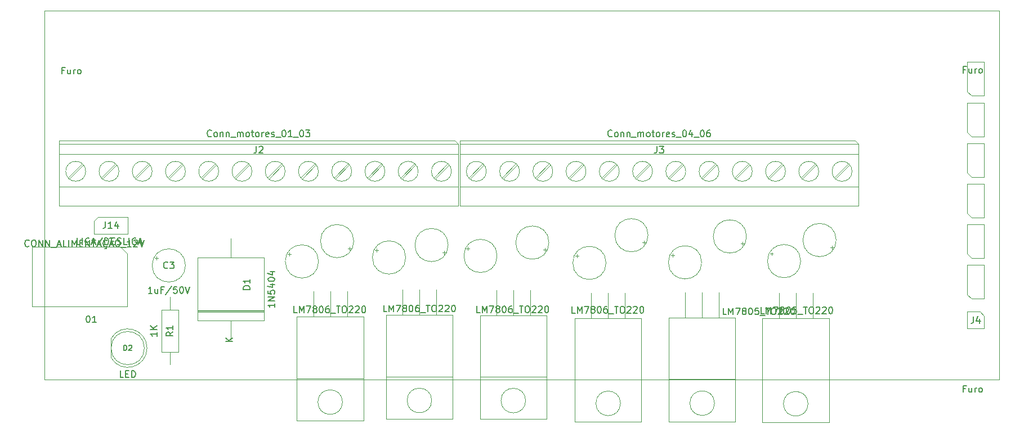
<source format=gbr>
%TF.GenerationSoftware,KiCad,Pcbnew,(6.0.4)*%
%TF.CreationDate,2023-08-24T18:54:07-03:00*%
%TF.ProjectId,PCB drive motor,50434220-6472-4697-9665-206d6f746f72,rev?*%
%TF.SameCoordinates,PX1a3bac8PY5add478*%
%TF.FileFunction,AssemblyDrawing,Top*%
%FSLAX46Y46*%
G04 Gerber Fmt 4.6, Leading zero omitted, Abs format (unit mm)*
G04 Created by KiCad (PCBNEW (6.0.4)) date 2023-08-24 18:54:07*
%MOMM*%
%LPD*%
G01*
G04 APERTURE LIST*
%TA.AperFunction,Profile*%
%ADD10C,0.100000*%
%TD*%
%ADD11C,0.150000*%
%ADD12C,0.200000*%
%ADD13C,0.100000*%
G04 APERTURE END LIST*
D10*
X0Y55523400D02*
X143581400Y55523400D01*
X143581400Y55523400D02*
X143581400Y0D01*
X143581400Y0D02*
X0Y0D01*
X0Y0D02*
X0Y55523400D01*
D11*
%TO.C,J1*%
X-2354715Y20107858D02*
X-2402334Y20060239D01*
X-2545191Y20012620D01*
X-2640429Y20012620D01*
X-2783286Y20060239D01*
X-2878524Y20155477D01*
X-2926143Y20250715D01*
X-2973762Y20441191D01*
X-2973762Y20584048D01*
X-2926143Y20774524D01*
X-2878524Y20869762D01*
X-2783286Y20965000D01*
X-2640429Y21012620D01*
X-2545191Y21012620D01*
X-2402334Y20965000D01*
X-2354715Y20917381D01*
X-1735667Y21012620D02*
X-1545191Y21012620D01*
X-1449953Y20965000D01*
X-1354715Y20869762D01*
X-1307096Y20679286D01*
X-1307096Y20345953D01*
X-1354715Y20155477D01*
X-1449953Y20060239D01*
X-1545191Y20012620D01*
X-1735667Y20012620D01*
X-1830905Y20060239D01*
X-1926143Y20155477D01*
X-1973762Y20345953D01*
X-1973762Y20679286D01*
X-1926143Y20869762D01*
X-1830905Y20965000D01*
X-1735667Y21012620D01*
X-878524Y20012620D02*
X-878524Y21012620D01*
X-307096Y20012620D01*
X-307096Y21012620D01*
X169095Y20012620D02*
X169095Y21012620D01*
X740523Y20012620D01*
X740523Y21012620D01*
X978619Y19917381D02*
X1740523Y19917381D01*
X1931000Y20298334D02*
X2407190Y20298334D01*
X1835761Y20012620D02*
X2169095Y21012620D01*
X2502428Y20012620D01*
X3311952Y20012620D02*
X2835761Y20012620D01*
X2835761Y21012620D01*
X3645285Y20012620D02*
X3645285Y21012620D01*
X4121476Y20012620D02*
X4121476Y21012620D01*
X4454809Y20298334D01*
X4788142Y21012620D01*
X4788142Y20012620D01*
X5264333Y20536429D02*
X5597666Y20536429D01*
X5740523Y20012620D02*
X5264333Y20012620D01*
X5264333Y21012620D01*
X5740523Y21012620D01*
X6169095Y20012620D02*
X6169095Y21012620D01*
X6740523Y20012620D01*
X6740523Y21012620D01*
X7073857Y21012620D02*
X7645285Y21012620D01*
X7359571Y20012620D02*
X7359571Y21012620D01*
X7931000Y20298334D02*
X8407190Y20298334D01*
X7835761Y20012620D02*
X8169095Y21012620D01*
X8502428Y20012620D01*
X9407190Y20107858D02*
X9359571Y20060239D01*
X9216714Y20012620D01*
X9121476Y20012620D01*
X8978619Y20060239D01*
X8883380Y20155477D01*
X8835761Y20250715D01*
X8788142Y20441191D01*
X8788142Y20584048D01*
X8835761Y20774524D01*
X8883380Y20869762D01*
X8978619Y20965000D01*
X9121476Y21012620D01*
X9216714Y21012620D01*
X9359571Y20965000D01*
X9407190Y20917381D01*
X9169095Y19965000D02*
X9264333Y19917381D01*
X9311952Y19822143D01*
X9264333Y19726905D01*
X9169095Y19679286D01*
X9026238Y19679286D01*
X9788142Y20298334D02*
X10264333Y20298334D01*
X9692904Y20012620D02*
X10026238Y21012620D01*
X10359571Y20012620D01*
X9788142Y21250715D02*
X9835761Y21298334D01*
X9931000Y21345953D01*
X10121476Y21250715D01*
X10216714Y21298334D01*
X10264333Y21345953D01*
X10883380Y21012620D02*
X11073857Y21012620D01*
X11169095Y20965000D01*
X11264333Y20869762D01*
X11311952Y20679286D01*
X11311952Y20345953D01*
X11264333Y20155477D01*
X11169095Y20060239D01*
X11073857Y20012620D01*
X10883380Y20012620D01*
X10788142Y20060239D01*
X10692904Y20155477D01*
X10645285Y20345953D01*
X10645285Y20679286D01*
X10692904Y20869762D01*
X10788142Y20965000D01*
X10883380Y21012620D01*
X11502428Y19917381D02*
X12264333Y19917381D01*
X13026238Y20012620D02*
X12454809Y20012620D01*
X12740523Y20012620D02*
X12740523Y21012620D01*
X12645285Y20869762D01*
X12550047Y20774524D01*
X12454809Y20726905D01*
X13407190Y20917381D02*
X13454809Y20965000D01*
X13550047Y21012620D01*
X13788142Y21012620D01*
X13883380Y20965000D01*
X13930999Y20917381D01*
X13978619Y20822143D01*
X13978619Y20726905D01*
X13930999Y20584048D01*
X13359571Y20012620D01*
X13978619Y20012620D01*
X14264333Y21012620D02*
X14597666Y20012620D01*
X14930999Y21012620D01*
%TO.C,J4*%
X139693066Y9482620D02*
X139693066Y8768334D01*
X139645447Y8625477D01*
X139550209Y8530239D01*
X139407352Y8482620D01*
X139312114Y8482620D01*
X140597828Y9149286D02*
X140597828Y8482620D01*
X140359733Y9530239D02*
X140121638Y8815953D01*
X140740685Y8815953D01*
%TO.C,J3*%
X85326161Y36647858D02*
X85278542Y36600239D01*
X85135685Y36552620D01*
X85040447Y36552620D01*
X84897590Y36600239D01*
X84802352Y36695477D01*
X84754733Y36790715D01*
X84707114Y36981191D01*
X84707114Y37124048D01*
X84754733Y37314524D01*
X84802352Y37409762D01*
X84897590Y37505000D01*
X85040447Y37552620D01*
X85135685Y37552620D01*
X85278542Y37505000D01*
X85326161Y37457381D01*
X85897590Y36552620D02*
X85802352Y36600239D01*
X85754733Y36647858D01*
X85707114Y36743096D01*
X85707114Y37028810D01*
X85754733Y37124048D01*
X85802352Y37171667D01*
X85897590Y37219286D01*
X86040447Y37219286D01*
X86135685Y37171667D01*
X86183304Y37124048D01*
X86230923Y37028810D01*
X86230923Y36743096D01*
X86183304Y36647858D01*
X86135685Y36600239D01*
X86040447Y36552620D01*
X85897590Y36552620D01*
X86659495Y37219286D02*
X86659495Y36552620D01*
X86659495Y37124048D02*
X86707114Y37171667D01*
X86802352Y37219286D01*
X86945209Y37219286D01*
X87040447Y37171667D01*
X87088066Y37076429D01*
X87088066Y36552620D01*
X87564257Y37219286D02*
X87564257Y36552620D01*
X87564257Y37124048D02*
X87611876Y37171667D01*
X87707114Y37219286D01*
X87849971Y37219286D01*
X87945209Y37171667D01*
X87992828Y37076429D01*
X87992828Y36552620D01*
X88230923Y36457381D02*
X88992828Y36457381D01*
X89230923Y36552620D02*
X89230923Y37219286D01*
X89230923Y37124048D02*
X89278542Y37171667D01*
X89373780Y37219286D01*
X89516638Y37219286D01*
X89611876Y37171667D01*
X89659495Y37076429D01*
X89659495Y36552620D01*
X89659495Y37076429D02*
X89707114Y37171667D01*
X89802352Y37219286D01*
X89945209Y37219286D01*
X90040447Y37171667D01*
X90088066Y37076429D01*
X90088066Y36552620D01*
X90707114Y36552620D02*
X90611876Y36600239D01*
X90564257Y36647858D01*
X90516638Y36743096D01*
X90516638Y37028810D01*
X90564257Y37124048D01*
X90611876Y37171667D01*
X90707114Y37219286D01*
X90849971Y37219286D01*
X90945209Y37171667D01*
X90992828Y37124048D01*
X91040447Y37028810D01*
X91040447Y36743096D01*
X90992828Y36647858D01*
X90945209Y36600239D01*
X90849971Y36552620D01*
X90707114Y36552620D01*
X91326161Y37219286D02*
X91707114Y37219286D01*
X91469019Y37552620D02*
X91469019Y36695477D01*
X91516638Y36600239D01*
X91611876Y36552620D01*
X91707114Y36552620D01*
X92183304Y36552620D02*
X92088066Y36600239D01*
X92040447Y36647858D01*
X91992828Y36743096D01*
X91992828Y37028810D01*
X92040447Y37124048D01*
X92088066Y37171667D01*
X92183304Y37219286D01*
X92326161Y37219286D01*
X92421400Y37171667D01*
X92469019Y37124048D01*
X92516638Y37028810D01*
X92516638Y36743096D01*
X92469019Y36647858D01*
X92421400Y36600239D01*
X92326161Y36552620D01*
X92183304Y36552620D01*
X92945209Y36552620D02*
X92945209Y37219286D01*
X92945209Y37028810D02*
X92992828Y37124048D01*
X93040447Y37171667D01*
X93135685Y37219286D01*
X93230923Y37219286D01*
X93945209Y36600239D02*
X93849971Y36552620D01*
X93659495Y36552620D01*
X93564257Y36600239D01*
X93516638Y36695477D01*
X93516638Y37076429D01*
X93564257Y37171667D01*
X93659495Y37219286D01*
X93849971Y37219286D01*
X93945209Y37171667D01*
X93992828Y37076429D01*
X93992828Y36981191D01*
X93516638Y36885953D01*
X94373780Y36600239D02*
X94469019Y36552620D01*
X94659495Y36552620D01*
X94754733Y36600239D01*
X94802352Y36695477D01*
X94802352Y36743096D01*
X94754733Y36838334D01*
X94659495Y36885953D01*
X94516638Y36885953D01*
X94421400Y36933572D01*
X94373780Y37028810D01*
X94373780Y37076429D01*
X94421400Y37171667D01*
X94516638Y37219286D01*
X94659495Y37219286D01*
X94754733Y37171667D01*
X94992828Y36457381D02*
X95754733Y36457381D01*
X96183304Y37552620D02*
X96278542Y37552620D01*
X96373780Y37505000D01*
X96421400Y37457381D01*
X96469019Y37362143D01*
X96516638Y37171667D01*
X96516638Y36933572D01*
X96469019Y36743096D01*
X96421400Y36647858D01*
X96373780Y36600239D01*
X96278542Y36552620D01*
X96183304Y36552620D01*
X96088066Y36600239D01*
X96040447Y36647858D01*
X95992828Y36743096D01*
X95945209Y36933572D01*
X95945209Y37171667D01*
X95992828Y37362143D01*
X96040447Y37457381D01*
X96088066Y37505000D01*
X96183304Y37552620D01*
X97373780Y37219286D02*
X97373780Y36552620D01*
X97135685Y37600239D02*
X96897590Y36885953D01*
X97516638Y36885953D01*
X97659495Y36457381D02*
X98421399Y36457381D01*
X98849971Y37552620D02*
X98945209Y37552620D01*
X99040447Y37505000D01*
X99088066Y37457381D01*
X99135685Y37362143D01*
X99183304Y37171667D01*
X99183304Y36933572D01*
X99135685Y36743096D01*
X99088066Y36647858D01*
X99040447Y36600239D01*
X98945209Y36552620D01*
X98849971Y36552620D01*
X98754733Y36600239D01*
X98707114Y36647858D01*
X98659495Y36743096D01*
X98611876Y36933572D01*
X98611876Y37171667D01*
X98659495Y37362143D01*
X98707114Y37457381D01*
X98754733Y37505000D01*
X98849971Y37552620D01*
X100040447Y37552620D02*
X99849971Y37552620D01*
X99754733Y37505000D01*
X99707114Y37457381D01*
X99611876Y37314524D01*
X99564257Y37124048D01*
X99564257Y36743096D01*
X99611876Y36647858D01*
X99659495Y36600239D01*
X99754733Y36552620D01*
X99945209Y36552620D01*
X100040447Y36600239D01*
X100088066Y36647858D01*
X100135685Y36743096D01*
X100135685Y36981191D01*
X100088066Y37076429D01*
X100040447Y37124048D01*
X99945209Y37171667D01*
X99754733Y37171667D01*
X99659495Y37124048D01*
X99611876Y37076429D01*
X99564257Y36981191D01*
X92088066Y35092620D02*
X92088066Y34378334D01*
X92040447Y34235477D01*
X91945209Y34140239D01*
X91802352Y34092620D01*
X91707114Y34092620D01*
X92469019Y35092620D02*
X93088066Y35092620D01*
X92754733Y34711667D01*
X92897590Y34711667D01*
X92992828Y34664048D01*
X93040447Y34616429D01*
X93088066Y34521191D01*
X93088066Y34283096D01*
X93040447Y34187858D01*
X92992828Y34140239D01*
X92897590Y34092620D01*
X92611876Y34092620D01*
X92516638Y34140239D01*
X92469019Y34187858D01*
%TO.C,03*%
X138479971Y46661429D02*
X138146638Y46661429D01*
X138146638Y46137620D02*
X138146638Y47137620D01*
X138622828Y47137620D01*
X139432352Y46804286D02*
X139432352Y46137620D01*
X139003780Y46804286D02*
X139003780Y46280477D01*
X139051400Y46185239D01*
X139146638Y46137620D01*
X139289495Y46137620D01*
X139384733Y46185239D01*
X139432352Y46232858D01*
X139908542Y46137620D02*
X139908542Y46804286D01*
X139908542Y46613810D02*
X139956161Y46709048D01*
X140003780Y46756667D01*
X140099019Y46804286D01*
X140194257Y46804286D01*
X140670447Y46137620D02*
X140575209Y46185239D01*
X140527590Y46232858D01*
X140479971Y46328096D01*
X140479971Y46613810D01*
X140527590Y46709048D01*
X140575209Y46756667D01*
X140670447Y46804286D01*
X140813304Y46804286D01*
X140908542Y46756667D01*
X140956161Y46709048D01*
X141003780Y46613810D01*
X141003780Y46328096D01*
X140956161Y46232858D01*
X140908542Y46185239D01*
X140813304Y46137620D01*
X140670447Y46137620D01*
%TO.C,U6*%
X108219247Y9926920D02*
X107743057Y9926920D01*
X107743057Y10926920D01*
X108552580Y9926920D02*
X108552580Y10926920D01*
X108885914Y10212634D01*
X109219247Y10926920D01*
X109219247Y9926920D01*
X109600200Y10926920D02*
X110266866Y10926920D01*
X109838295Y9926920D01*
X110790676Y10498348D02*
X110695438Y10545967D01*
X110647819Y10593586D01*
X110600200Y10688824D01*
X110600200Y10736443D01*
X110647819Y10831681D01*
X110695438Y10879300D01*
X110790676Y10926920D01*
X110981152Y10926920D01*
X111076390Y10879300D01*
X111124009Y10831681D01*
X111171628Y10736443D01*
X111171628Y10688824D01*
X111124009Y10593586D01*
X111076390Y10545967D01*
X110981152Y10498348D01*
X110790676Y10498348D01*
X110695438Y10450729D01*
X110647819Y10403110D01*
X110600200Y10307872D01*
X110600200Y10117396D01*
X110647819Y10022158D01*
X110695438Y9974539D01*
X110790676Y9926920D01*
X110981152Y9926920D01*
X111076390Y9974539D01*
X111124009Y10022158D01*
X111171628Y10117396D01*
X111171628Y10307872D01*
X111124009Y10403110D01*
X111076390Y10450729D01*
X110981152Y10498348D01*
X111790676Y10926920D02*
X111885914Y10926920D01*
X111981152Y10879300D01*
X112028771Y10831681D01*
X112076390Y10736443D01*
X112124009Y10545967D01*
X112124009Y10307872D01*
X112076390Y10117396D01*
X112028771Y10022158D01*
X111981152Y9974539D01*
X111885914Y9926920D01*
X111790676Y9926920D01*
X111695438Y9974539D01*
X111647819Y10022158D01*
X111600200Y10117396D01*
X111552580Y10307872D01*
X111552580Y10545967D01*
X111600200Y10736443D01*
X111647819Y10831681D01*
X111695438Y10879300D01*
X111790676Y10926920D01*
X113028771Y10926920D02*
X112552580Y10926920D01*
X112504961Y10450729D01*
X112552580Y10498348D01*
X112647819Y10545967D01*
X112885914Y10545967D01*
X112981152Y10498348D01*
X113028771Y10450729D01*
X113076390Y10355491D01*
X113076390Y10117396D01*
X113028771Y10022158D01*
X112981152Y9974539D01*
X112885914Y9926920D01*
X112647819Y9926920D01*
X112552580Y9974539D01*
X112504961Y10022158D01*
X113266866Y9831681D02*
X114028771Y9831681D01*
X114124009Y10926920D02*
X114695438Y10926920D01*
X114409723Y9926920D02*
X114409723Y10926920D01*
X115219247Y10926920D02*
X115409723Y10926920D01*
X115504961Y10879300D01*
X115600200Y10784062D01*
X115647819Y10593586D01*
X115647819Y10260253D01*
X115600200Y10069777D01*
X115504961Y9974539D01*
X115409723Y9926920D01*
X115219247Y9926920D01*
X115124009Y9974539D01*
X115028771Y10069777D01*
X114981152Y10260253D01*
X114981152Y10593586D01*
X115028771Y10784062D01*
X115124009Y10879300D01*
X115219247Y10926920D01*
X116028771Y10831681D02*
X116076390Y10879300D01*
X116171628Y10926920D01*
X116409723Y10926920D01*
X116504961Y10879300D01*
X116552580Y10831681D01*
X116600200Y10736443D01*
X116600200Y10641205D01*
X116552580Y10498348D01*
X115981152Y9926920D01*
X116600200Y9926920D01*
X116981152Y10831681D02*
X117028771Y10879300D01*
X117124009Y10926920D01*
X117362104Y10926920D01*
X117457342Y10879300D01*
X117504961Y10831681D01*
X117552580Y10736443D01*
X117552580Y10641205D01*
X117504961Y10498348D01*
X116933533Y9926920D01*
X117552580Y9926920D01*
X118171628Y10926920D02*
X118266866Y10926920D01*
X118362104Y10879300D01*
X118409723Y10831681D01*
X118457342Y10736443D01*
X118504961Y10545967D01*
X118504961Y10307872D01*
X118457342Y10117396D01*
X118409723Y10022158D01*
X118362104Y9974539D01*
X118266866Y9926920D01*
X118171628Y9926920D01*
X118076390Y9974539D01*
X118028771Y10022158D01*
X117981152Y10117396D01*
X117933533Y10307872D01*
X117933533Y10545967D01*
X117981152Y10736443D01*
X118028771Y10831681D01*
X118076390Y10879300D01*
X118171628Y10926920D01*
%TO.C,U2*%
X79795447Y10012620D02*
X79319257Y10012620D01*
X79319257Y11012620D01*
X80128780Y10012620D02*
X80128780Y11012620D01*
X80462114Y10298334D01*
X80795447Y11012620D01*
X80795447Y10012620D01*
X81176400Y11012620D02*
X81843066Y11012620D01*
X81414495Y10012620D01*
X82366876Y10584048D02*
X82271638Y10631667D01*
X82224019Y10679286D01*
X82176400Y10774524D01*
X82176400Y10822143D01*
X82224019Y10917381D01*
X82271638Y10965000D01*
X82366876Y11012620D01*
X82557352Y11012620D01*
X82652590Y10965000D01*
X82700209Y10917381D01*
X82747828Y10822143D01*
X82747828Y10774524D01*
X82700209Y10679286D01*
X82652590Y10631667D01*
X82557352Y10584048D01*
X82366876Y10584048D01*
X82271638Y10536429D01*
X82224019Y10488810D01*
X82176400Y10393572D01*
X82176400Y10203096D01*
X82224019Y10107858D01*
X82271638Y10060239D01*
X82366876Y10012620D01*
X82557352Y10012620D01*
X82652590Y10060239D01*
X82700209Y10107858D01*
X82747828Y10203096D01*
X82747828Y10393572D01*
X82700209Y10488810D01*
X82652590Y10536429D01*
X82557352Y10584048D01*
X83366876Y11012620D02*
X83462114Y11012620D01*
X83557352Y10965000D01*
X83604971Y10917381D01*
X83652590Y10822143D01*
X83700209Y10631667D01*
X83700209Y10393572D01*
X83652590Y10203096D01*
X83604971Y10107858D01*
X83557352Y10060239D01*
X83462114Y10012620D01*
X83366876Y10012620D01*
X83271638Y10060239D01*
X83224019Y10107858D01*
X83176400Y10203096D01*
X83128780Y10393572D01*
X83128780Y10631667D01*
X83176400Y10822143D01*
X83224019Y10917381D01*
X83271638Y10965000D01*
X83366876Y11012620D01*
X84557352Y11012620D02*
X84366876Y11012620D01*
X84271638Y10965000D01*
X84224019Y10917381D01*
X84128780Y10774524D01*
X84081161Y10584048D01*
X84081161Y10203096D01*
X84128780Y10107858D01*
X84176400Y10060239D01*
X84271638Y10012620D01*
X84462114Y10012620D01*
X84557352Y10060239D01*
X84604971Y10107858D01*
X84652590Y10203096D01*
X84652590Y10441191D01*
X84604971Y10536429D01*
X84557352Y10584048D01*
X84462114Y10631667D01*
X84271638Y10631667D01*
X84176400Y10584048D01*
X84128780Y10536429D01*
X84081161Y10441191D01*
X84843066Y9917381D02*
X85604971Y9917381D01*
X85700209Y11012620D02*
X86271638Y11012620D01*
X85985923Y10012620D02*
X85985923Y11012620D01*
X86795447Y11012620D02*
X86985923Y11012620D01*
X87081161Y10965000D01*
X87176400Y10869762D01*
X87224019Y10679286D01*
X87224019Y10345953D01*
X87176400Y10155477D01*
X87081161Y10060239D01*
X86985923Y10012620D01*
X86795447Y10012620D01*
X86700209Y10060239D01*
X86604971Y10155477D01*
X86557352Y10345953D01*
X86557352Y10679286D01*
X86604971Y10869762D01*
X86700209Y10965000D01*
X86795447Y11012620D01*
X87604971Y10917381D02*
X87652590Y10965000D01*
X87747828Y11012620D01*
X87985923Y11012620D01*
X88081161Y10965000D01*
X88128780Y10917381D01*
X88176400Y10822143D01*
X88176400Y10726905D01*
X88128780Y10584048D01*
X87557352Y10012620D01*
X88176400Y10012620D01*
X88557352Y10917381D02*
X88604971Y10965000D01*
X88700209Y11012620D01*
X88938304Y11012620D01*
X89033542Y10965000D01*
X89081161Y10917381D01*
X89128780Y10822143D01*
X89128780Y10726905D01*
X89081161Y10584048D01*
X88509733Y10012620D01*
X89128780Y10012620D01*
X89747828Y11012620D02*
X89843066Y11012620D01*
X89938304Y10965000D01*
X89985923Y10917381D01*
X90033542Y10822143D01*
X90081161Y10631667D01*
X90081161Y10393572D01*
X90033542Y10203096D01*
X89985923Y10107858D01*
X89938304Y10060239D01*
X89843066Y10012620D01*
X89747828Y10012620D01*
X89652590Y10060239D01*
X89604971Y10107858D01*
X89557352Y10203096D01*
X89509733Y10393572D01*
X89509733Y10631667D01*
X89557352Y10822143D01*
X89604971Y10917381D01*
X89652590Y10965000D01*
X89747828Y11012620D01*
%TO.C,U4*%
X102540335Y9777620D02*
X102064145Y9777620D01*
X102064145Y10777620D01*
X102873668Y9777620D02*
X102873668Y10777620D01*
X103207002Y10063334D01*
X103540335Y10777620D01*
X103540335Y9777620D01*
X103921288Y10777620D02*
X104587954Y10777620D01*
X104159383Y9777620D01*
X105111764Y10349048D02*
X105016526Y10396667D01*
X104968907Y10444286D01*
X104921288Y10539524D01*
X104921288Y10587143D01*
X104968907Y10682381D01*
X105016526Y10730000D01*
X105111764Y10777620D01*
X105302240Y10777620D01*
X105397478Y10730000D01*
X105445097Y10682381D01*
X105492716Y10587143D01*
X105492716Y10539524D01*
X105445097Y10444286D01*
X105397478Y10396667D01*
X105302240Y10349048D01*
X105111764Y10349048D01*
X105016526Y10301429D01*
X104968907Y10253810D01*
X104921288Y10158572D01*
X104921288Y9968096D01*
X104968907Y9872858D01*
X105016526Y9825239D01*
X105111764Y9777620D01*
X105302240Y9777620D01*
X105397478Y9825239D01*
X105445097Y9872858D01*
X105492716Y9968096D01*
X105492716Y10158572D01*
X105445097Y10253810D01*
X105397478Y10301429D01*
X105302240Y10349048D01*
X106111764Y10777620D02*
X106207002Y10777620D01*
X106302240Y10730000D01*
X106349859Y10682381D01*
X106397478Y10587143D01*
X106445097Y10396667D01*
X106445097Y10158572D01*
X106397478Y9968096D01*
X106349859Y9872858D01*
X106302240Y9825239D01*
X106207002Y9777620D01*
X106111764Y9777620D01*
X106016526Y9825239D01*
X105968907Y9872858D01*
X105921288Y9968096D01*
X105873668Y10158572D01*
X105873668Y10396667D01*
X105921288Y10587143D01*
X105968907Y10682381D01*
X106016526Y10730000D01*
X106111764Y10777620D01*
X107349859Y10777620D02*
X106873668Y10777620D01*
X106826049Y10301429D01*
X106873668Y10349048D01*
X106968907Y10396667D01*
X107207002Y10396667D01*
X107302240Y10349048D01*
X107349859Y10301429D01*
X107397478Y10206191D01*
X107397478Y9968096D01*
X107349859Y9872858D01*
X107302240Y9825239D01*
X107207002Y9777620D01*
X106968907Y9777620D01*
X106873668Y9825239D01*
X106826049Y9872858D01*
X107587954Y9682381D02*
X108349859Y9682381D01*
X108445097Y10777620D02*
X109016526Y10777620D01*
X108730811Y9777620D02*
X108730811Y10777620D01*
X109540335Y10777620D02*
X109730811Y10777620D01*
X109826049Y10730000D01*
X109921288Y10634762D01*
X109968907Y10444286D01*
X109968907Y10110953D01*
X109921288Y9920477D01*
X109826049Y9825239D01*
X109730811Y9777620D01*
X109540335Y9777620D01*
X109445097Y9825239D01*
X109349859Y9920477D01*
X109302240Y10110953D01*
X109302240Y10444286D01*
X109349859Y10634762D01*
X109445097Y10730000D01*
X109540335Y10777620D01*
X110349859Y10682381D02*
X110397478Y10730000D01*
X110492716Y10777620D01*
X110730811Y10777620D01*
X110826049Y10730000D01*
X110873668Y10682381D01*
X110921288Y10587143D01*
X110921288Y10491905D01*
X110873668Y10349048D01*
X110302240Y9777620D01*
X110921288Y9777620D01*
X111302240Y10682381D02*
X111349859Y10730000D01*
X111445097Y10777620D01*
X111683192Y10777620D01*
X111778430Y10730000D01*
X111826049Y10682381D01*
X111873668Y10587143D01*
X111873668Y10491905D01*
X111826049Y10349048D01*
X111254621Y9777620D01*
X111873668Y9777620D01*
X112492716Y10777620D02*
X112587954Y10777620D01*
X112683192Y10730000D01*
X112730811Y10682381D01*
X112778430Y10587143D01*
X112826049Y10396667D01*
X112826049Y10158572D01*
X112778430Y9968096D01*
X112730811Y9872858D01*
X112683192Y9825239D01*
X112587954Y9777620D01*
X112492716Y9777620D01*
X112397478Y9825239D01*
X112349859Y9872858D01*
X112302240Y9968096D01*
X112254621Y10158572D01*
X112254621Y10396667D01*
X112302240Y10587143D01*
X112349859Y10682381D01*
X112397478Y10730000D01*
X112492716Y10777620D01*
%TO.C,U5*%
X65490447Y10062620D02*
X65014257Y10062620D01*
X65014257Y11062620D01*
X65823780Y10062620D02*
X65823780Y11062620D01*
X66157114Y10348334D01*
X66490447Y11062620D01*
X66490447Y10062620D01*
X66871400Y11062620D02*
X67538066Y11062620D01*
X67109495Y10062620D01*
X68061876Y10634048D02*
X67966638Y10681667D01*
X67919019Y10729286D01*
X67871400Y10824524D01*
X67871400Y10872143D01*
X67919019Y10967381D01*
X67966638Y11015000D01*
X68061876Y11062620D01*
X68252352Y11062620D01*
X68347590Y11015000D01*
X68395209Y10967381D01*
X68442828Y10872143D01*
X68442828Y10824524D01*
X68395209Y10729286D01*
X68347590Y10681667D01*
X68252352Y10634048D01*
X68061876Y10634048D01*
X67966638Y10586429D01*
X67919019Y10538810D01*
X67871400Y10443572D01*
X67871400Y10253096D01*
X67919019Y10157858D01*
X67966638Y10110239D01*
X68061876Y10062620D01*
X68252352Y10062620D01*
X68347590Y10110239D01*
X68395209Y10157858D01*
X68442828Y10253096D01*
X68442828Y10443572D01*
X68395209Y10538810D01*
X68347590Y10586429D01*
X68252352Y10634048D01*
X69061876Y11062620D02*
X69157114Y11062620D01*
X69252352Y11015000D01*
X69299971Y10967381D01*
X69347590Y10872143D01*
X69395209Y10681667D01*
X69395209Y10443572D01*
X69347590Y10253096D01*
X69299971Y10157858D01*
X69252352Y10110239D01*
X69157114Y10062620D01*
X69061876Y10062620D01*
X68966638Y10110239D01*
X68919019Y10157858D01*
X68871400Y10253096D01*
X68823780Y10443572D01*
X68823780Y10681667D01*
X68871400Y10872143D01*
X68919019Y10967381D01*
X68966638Y11015000D01*
X69061876Y11062620D01*
X70252352Y11062620D02*
X70061876Y11062620D01*
X69966638Y11015000D01*
X69919019Y10967381D01*
X69823780Y10824524D01*
X69776161Y10634048D01*
X69776161Y10253096D01*
X69823780Y10157858D01*
X69871400Y10110239D01*
X69966638Y10062620D01*
X70157114Y10062620D01*
X70252352Y10110239D01*
X70299971Y10157858D01*
X70347590Y10253096D01*
X70347590Y10491191D01*
X70299971Y10586429D01*
X70252352Y10634048D01*
X70157114Y10681667D01*
X69966638Y10681667D01*
X69871400Y10634048D01*
X69823780Y10586429D01*
X69776161Y10491191D01*
X70538066Y9967381D02*
X71299971Y9967381D01*
X71395209Y11062620D02*
X71966638Y11062620D01*
X71680923Y10062620D02*
X71680923Y11062620D01*
X72490447Y11062620D02*
X72680923Y11062620D01*
X72776161Y11015000D01*
X72871400Y10919762D01*
X72919019Y10729286D01*
X72919019Y10395953D01*
X72871400Y10205477D01*
X72776161Y10110239D01*
X72680923Y10062620D01*
X72490447Y10062620D01*
X72395209Y10110239D01*
X72299971Y10205477D01*
X72252352Y10395953D01*
X72252352Y10729286D01*
X72299971Y10919762D01*
X72395209Y11015000D01*
X72490447Y11062620D01*
X73299971Y10967381D02*
X73347590Y11015000D01*
X73442828Y11062620D01*
X73680923Y11062620D01*
X73776161Y11015000D01*
X73823780Y10967381D01*
X73871400Y10872143D01*
X73871400Y10776905D01*
X73823780Y10634048D01*
X73252352Y10062620D01*
X73871400Y10062620D01*
X74252352Y10967381D02*
X74299971Y11015000D01*
X74395209Y11062620D01*
X74633304Y11062620D01*
X74728542Y11015000D01*
X74776161Y10967381D01*
X74823780Y10872143D01*
X74823780Y10776905D01*
X74776161Y10634048D01*
X74204733Y10062620D01*
X74823780Y10062620D01*
X75442828Y11062620D02*
X75538066Y11062620D01*
X75633304Y11015000D01*
X75680923Y10967381D01*
X75728542Y10872143D01*
X75776161Y10681667D01*
X75776161Y10443572D01*
X75728542Y10253096D01*
X75680923Y10157858D01*
X75633304Y10110239D01*
X75538066Y10062620D01*
X75442828Y10062620D01*
X75347590Y10110239D01*
X75299971Y10157858D01*
X75252352Y10253096D01*
X75204733Y10443572D01*
X75204733Y10681667D01*
X75252352Y10872143D01*
X75299971Y10967381D01*
X75347590Y11015000D01*
X75442828Y11062620D01*
%TO.C,U3*%
X51480447Y10202620D02*
X51004257Y10202620D01*
X51004257Y11202620D01*
X51813780Y10202620D02*
X51813780Y11202620D01*
X52147114Y10488334D01*
X52480447Y11202620D01*
X52480447Y10202620D01*
X52861400Y11202620D02*
X53528066Y11202620D01*
X53099495Y10202620D01*
X54051876Y10774048D02*
X53956638Y10821667D01*
X53909019Y10869286D01*
X53861400Y10964524D01*
X53861400Y11012143D01*
X53909019Y11107381D01*
X53956638Y11155000D01*
X54051876Y11202620D01*
X54242352Y11202620D01*
X54337590Y11155000D01*
X54385209Y11107381D01*
X54432828Y11012143D01*
X54432828Y10964524D01*
X54385209Y10869286D01*
X54337590Y10821667D01*
X54242352Y10774048D01*
X54051876Y10774048D01*
X53956638Y10726429D01*
X53909019Y10678810D01*
X53861400Y10583572D01*
X53861400Y10393096D01*
X53909019Y10297858D01*
X53956638Y10250239D01*
X54051876Y10202620D01*
X54242352Y10202620D01*
X54337590Y10250239D01*
X54385209Y10297858D01*
X54432828Y10393096D01*
X54432828Y10583572D01*
X54385209Y10678810D01*
X54337590Y10726429D01*
X54242352Y10774048D01*
X55051876Y11202620D02*
X55147114Y11202620D01*
X55242352Y11155000D01*
X55289971Y11107381D01*
X55337590Y11012143D01*
X55385209Y10821667D01*
X55385209Y10583572D01*
X55337590Y10393096D01*
X55289971Y10297858D01*
X55242352Y10250239D01*
X55147114Y10202620D01*
X55051876Y10202620D01*
X54956638Y10250239D01*
X54909019Y10297858D01*
X54861400Y10393096D01*
X54813780Y10583572D01*
X54813780Y10821667D01*
X54861400Y11012143D01*
X54909019Y11107381D01*
X54956638Y11155000D01*
X55051876Y11202620D01*
X56242352Y11202620D02*
X56051876Y11202620D01*
X55956638Y11155000D01*
X55909019Y11107381D01*
X55813780Y10964524D01*
X55766161Y10774048D01*
X55766161Y10393096D01*
X55813780Y10297858D01*
X55861400Y10250239D01*
X55956638Y10202620D01*
X56147114Y10202620D01*
X56242352Y10250239D01*
X56289971Y10297858D01*
X56337590Y10393096D01*
X56337590Y10631191D01*
X56289971Y10726429D01*
X56242352Y10774048D01*
X56147114Y10821667D01*
X55956638Y10821667D01*
X55861400Y10774048D01*
X55813780Y10726429D01*
X55766161Y10631191D01*
X56528066Y10107381D02*
X57289971Y10107381D01*
X57385209Y11202620D02*
X57956638Y11202620D01*
X57670923Y10202620D02*
X57670923Y11202620D01*
X58480447Y11202620D02*
X58670923Y11202620D01*
X58766161Y11155000D01*
X58861400Y11059762D01*
X58909019Y10869286D01*
X58909019Y10535953D01*
X58861400Y10345477D01*
X58766161Y10250239D01*
X58670923Y10202620D01*
X58480447Y10202620D01*
X58385209Y10250239D01*
X58289971Y10345477D01*
X58242352Y10535953D01*
X58242352Y10869286D01*
X58289971Y11059762D01*
X58385209Y11155000D01*
X58480447Y11202620D01*
X59289971Y11107381D02*
X59337590Y11155000D01*
X59432828Y11202620D01*
X59670923Y11202620D01*
X59766161Y11155000D01*
X59813780Y11107381D01*
X59861400Y11012143D01*
X59861400Y10916905D01*
X59813780Y10774048D01*
X59242352Y10202620D01*
X59861400Y10202620D01*
X60242352Y11107381D02*
X60289971Y11155000D01*
X60385209Y11202620D01*
X60623304Y11202620D01*
X60718542Y11155000D01*
X60766161Y11107381D01*
X60813780Y11012143D01*
X60813780Y10916905D01*
X60766161Y10774048D01*
X60194733Y10202620D01*
X60813780Y10202620D01*
X61432828Y11202620D02*
X61528066Y11202620D01*
X61623304Y11155000D01*
X61670923Y11107381D01*
X61718542Y11012143D01*
X61766161Y10821667D01*
X61766161Y10583572D01*
X61718542Y10393096D01*
X61670923Y10297858D01*
X61623304Y10250239D01*
X61528066Y10202620D01*
X61432828Y10202620D01*
X61337590Y10250239D01*
X61289971Y10297858D01*
X61242352Y10393096D01*
X61194733Y10583572D01*
X61194733Y10821667D01*
X61242352Y11012143D01*
X61289971Y11107381D01*
X61337590Y11155000D01*
X61432828Y11202620D01*
%TO.C,04*%
X138489971Y-1388571D02*
X138156638Y-1388571D01*
X138156638Y-1912380D02*
X138156638Y-912380D01*
X138632828Y-912380D01*
X139442352Y-1245714D02*
X139442352Y-1912380D01*
X139013780Y-1245714D02*
X139013780Y-1769523D01*
X139061400Y-1864761D01*
X139156638Y-1912380D01*
X139299495Y-1912380D01*
X139394733Y-1864761D01*
X139442352Y-1817142D01*
X139918542Y-1912380D02*
X139918542Y-1245714D01*
X139918542Y-1436190D02*
X139966161Y-1340952D01*
X140013780Y-1293333D01*
X140109019Y-1245714D01*
X140204257Y-1245714D01*
X140680447Y-1912380D02*
X140585209Y-1864761D01*
X140537590Y-1817142D01*
X140489971Y-1721904D01*
X140489971Y-1436190D01*
X140537590Y-1340952D01*
X140585209Y-1293333D01*
X140680447Y-1245714D01*
X140823304Y-1245714D01*
X140918542Y-1293333D01*
X140966161Y-1340952D01*
X141013780Y-1436190D01*
X141013780Y-1721904D01*
X140966161Y-1817142D01*
X140918542Y-1864761D01*
X140823304Y-1912380D01*
X140680447Y-1912380D01*
%TO.C,J2*%
X25076161Y36652858D02*
X25028542Y36605239D01*
X24885685Y36557620D01*
X24790447Y36557620D01*
X24647590Y36605239D01*
X24552352Y36700477D01*
X24504733Y36795715D01*
X24457114Y36986191D01*
X24457114Y37129048D01*
X24504733Y37319524D01*
X24552352Y37414762D01*
X24647590Y37510000D01*
X24790447Y37557620D01*
X24885685Y37557620D01*
X25028542Y37510000D01*
X25076161Y37462381D01*
X25647590Y36557620D02*
X25552352Y36605239D01*
X25504733Y36652858D01*
X25457114Y36748096D01*
X25457114Y37033810D01*
X25504733Y37129048D01*
X25552352Y37176667D01*
X25647590Y37224286D01*
X25790447Y37224286D01*
X25885685Y37176667D01*
X25933304Y37129048D01*
X25980923Y37033810D01*
X25980923Y36748096D01*
X25933304Y36652858D01*
X25885685Y36605239D01*
X25790447Y36557620D01*
X25647590Y36557620D01*
X26409495Y37224286D02*
X26409495Y36557620D01*
X26409495Y37129048D02*
X26457114Y37176667D01*
X26552352Y37224286D01*
X26695209Y37224286D01*
X26790447Y37176667D01*
X26838066Y37081429D01*
X26838066Y36557620D01*
X27314257Y37224286D02*
X27314257Y36557620D01*
X27314257Y37129048D02*
X27361876Y37176667D01*
X27457114Y37224286D01*
X27599971Y37224286D01*
X27695209Y37176667D01*
X27742828Y37081429D01*
X27742828Y36557620D01*
X27980923Y36462381D02*
X28742828Y36462381D01*
X28980923Y36557620D02*
X28980923Y37224286D01*
X28980923Y37129048D02*
X29028542Y37176667D01*
X29123780Y37224286D01*
X29266638Y37224286D01*
X29361876Y37176667D01*
X29409495Y37081429D01*
X29409495Y36557620D01*
X29409495Y37081429D02*
X29457114Y37176667D01*
X29552352Y37224286D01*
X29695209Y37224286D01*
X29790447Y37176667D01*
X29838066Y37081429D01*
X29838066Y36557620D01*
X30457114Y36557620D02*
X30361876Y36605239D01*
X30314257Y36652858D01*
X30266638Y36748096D01*
X30266638Y37033810D01*
X30314257Y37129048D01*
X30361876Y37176667D01*
X30457114Y37224286D01*
X30599971Y37224286D01*
X30695209Y37176667D01*
X30742828Y37129048D01*
X30790447Y37033810D01*
X30790447Y36748096D01*
X30742828Y36652858D01*
X30695209Y36605239D01*
X30599971Y36557620D01*
X30457114Y36557620D01*
X31076161Y37224286D02*
X31457114Y37224286D01*
X31219019Y37557620D02*
X31219019Y36700477D01*
X31266638Y36605239D01*
X31361876Y36557620D01*
X31457114Y36557620D01*
X31933304Y36557620D02*
X31838066Y36605239D01*
X31790447Y36652858D01*
X31742828Y36748096D01*
X31742828Y37033810D01*
X31790447Y37129048D01*
X31838066Y37176667D01*
X31933304Y37224286D01*
X32076161Y37224286D01*
X32171400Y37176667D01*
X32219019Y37129048D01*
X32266638Y37033810D01*
X32266638Y36748096D01*
X32219019Y36652858D01*
X32171400Y36605239D01*
X32076161Y36557620D01*
X31933304Y36557620D01*
X32695209Y36557620D02*
X32695209Y37224286D01*
X32695209Y37033810D02*
X32742828Y37129048D01*
X32790447Y37176667D01*
X32885685Y37224286D01*
X32980923Y37224286D01*
X33695209Y36605239D02*
X33599971Y36557620D01*
X33409495Y36557620D01*
X33314257Y36605239D01*
X33266638Y36700477D01*
X33266638Y37081429D01*
X33314257Y37176667D01*
X33409495Y37224286D01*
X33599971Y37224286D01*
X33695209Y37176667D01*
X33742828Y37081429D01*
X33742828Y36986191D01*
X33266638Y36890953D01*
X34123780Y36605239D02*
X34219019Y36557620D01*
X34409495Y36557620D01*
X34504733Y36605239D01*
X34552352Y36700477D01*
X34552352Y36748096D01*
X34504733Y36843334D01*
X34409495Y36890953D01*
X34266638Y36890953D01*
X34171400Y36938572D01*
X34123780Y37033810D01*
X34123780Y37081429D01*
X34171400Y37176667D01*
X34266638Y37224286D01*
X34409495Y37224286D01*
X34504733Y37176667D01*
X34742828Y36462381D02*
X35504733Y36462381D01*
X35933304Y37557620D02*
X36028542Y37557620D01*
X36123780Y37510000D01*
X36171400Y37462381D01*
X36219019Y37367143D01*
X36266638Y37176667D01*
X36266638Y36938572D01*
X36219019Y36748096D01*
X36171400Y36652858D01*
X36123780Y36605239D01*
X36028542Y36557620D01*
X35933304Y36557620D01*
X35838066Y36605239D01*
X35790447Y36652858D01*
X35742828Y36748096D01*
X35695209Y36938572D01*
X35695209Y37176667D01*
X35742828Y37367143D01*
X35790447Y37462381D01*
X35838066Y37510000D01*
X35933304Y37557620D01*
X37219019Y36557620D02*
X36647590Y36557620D01*
X36933304Y36557620D02*
X36933304Y37557620D01*
X36838066Y37414762D01*
X36742828Y37319524D01*
X36647590Y37271905D01*
X37409495Y36462381D02*
X38171400Y36462381D01*
X38599971Y37557620D02*
X38695209Y37557620D01*
X38790447Y37510000D01*
X38838066Y37462381D01*
X38885685Y37367143D01*
X38933304Y37176667D01*
X38933304Y36938572D01*
X38885685Y36748096D01*
X38838066Y36652858D01*
X38790447Y36605239D01*
X38695209Y36557620D01*
X38599971Y36557620D01*
X38504733Y36605239D01*
X38457114Y36652858D01*
X38409495Y36748096D01*
X38361876Y36938572D01*
X38361876Y37176667D01*
X38409495Y37367143D01*
X38457114Y37462381D01*
X38504733Y37510000D01*
X38599971Y37557620D01*
X39266638Y37557620D02*
X39885685Y37557620D01*
X39552352Y37176667D01*
X39695209Y37176667D01*
X39790447Y37129048D01*
X39838066Y37081429D01*
X39885685Y36986191D01*
X39885685Y36748096D01*
X39838066Y36652858D01*
X39790447Y36605239D01*
X39695209Y36557620D01*
X39409495Y36557620D01*
X39314257Y36605239D01*
X39266638Y36652858D01*
X31838066Y35097620D02*
X31838066Y34383334D01*
X31790447Y34240477D01*
X31695209Y34145239D01*
X31552352Y34097620D01*
X31457114Y34097620D01*
X32266638Y35002381D02*
X32314257Y35050000D01*
X32409495Y35097620D01*
X32647590Y35097620D01*
X32742828Y35050000D01*
X32790447Y35002381D01*
X32838066Y34907143D01*
X32838066Y34811905D01*
X32790447Y34669048D01*
X32219019Y34097620D01*
X32838066Y34097620D01*
%TO.C,D2*%
X11853542Y317620D02*
X11377352Y317620D01*
X11377352Y1317620D01*
X12186876Y841429D02*
X12520209Y841429D01*
X12663066Y317620D02*
X12186876Y317620D01*
X12186876Y1317620D01*
X12663066Y1317620D01*
X13091638Y317620D02*
X13091638Y1317620D01*
X13329733Y1317620D01*
X13472590Y1270000D01*
X13567828Y1174762D01*
X13615447Y1079524D01*
X13663066Y889048D01*
X13663066Y746191D01*
X13615447Y555715D01*
X13567828Y460477D01*
X13472590Y365239D01*
X13329733Y317620D01*
X13091638Y317620D01*
D12*
X11885923Y4368096D02*
X11885923Y5168096D01*
X12076400Y5168096D01*
X12190685Y5130000D01*
X12266876Y5053810D01*
X12304971Y4977620D01*
X12343066Y4825239D01*
X12343066Y4710953D01*
X12304971Y4558572D01*
X12266876Y4482381D01*
X12190685Y4406191D01*
X12076400Y4368096D01*
X11885923Y4368096D01*
X12647828Y5091905D02*
X12685923Y5130000D01*
X12762114Y5168096D01*
X12952590Y5168096D01*
X13028780Y5130000D01*
X13066876Y5091905D01*
X13104971Y5015715D01*
X13104971Y4939524D01*
X13066876Y4825239D01*
X12609733Y4368096D01*
X13104971Y4368096D01*
D11*
%TO.C,R1*%
X16923780Y7105715D02*
X16923780Y6534286D01*
X16923780Y6820000D02*
X15923780Y6820000D01*
X16066638Y6724762D01*
X16161876Y6629524D01*
X16209495Y6534286D01*
X16923780Y7534286D02*
X15923780Y7534286D01*
X16923780Y8105715D02*
X16352352Y7677143D01*
X15923780Y8105715D02*
X16495209Y7534286D01*
X19293780Y7153334D02*
X18817590Y6820000D01*
X19293780Y6581905D02*
X18293780Y6581905D01*
X18293780Y6962858D01*
X18341400Y7058096D01*
X18389019Y7105715D01*
X18484257Y7153334D01*
X18627114Y7153334D01*
X18722352Y7105715D01*
X18769971Y7058096D01*
X18817590Y6962858D01*
X18817590Y6581905D01*
X19293780Y8105715D02*
X19293780Y7534286D01*
X19293780Y7820000D02*
X18293780Y7820000D01*
X18436638Y7724762D01*
X18531876Y7629524D01*
X18579495Y7534286D01*
%TO.C,C3*%
X16166288Y12977620D02*
X15594859Y12977620D01*
X15880573Y12977620D02*
X15880573Y13977620D01*
X15785335Y13834762D01*
X15690097Y13739524D01*
X15594859Y13691905D01*
X17023430Y13644286D02*
X17023430Y12977620D01*
X16594859Y13644286D02*
X16594859Y13120477D01*
X16642478Y13025239D01*
X16737716Y12977620D01*
X16880573Y12977620D01*
X16975811Y13025239D01*
X17023430Y13072858D01*
X17832954Y13501429D02*
X17499621Y13501429D01*
X17499621Y12977620D02*
X17499621Y13977620D01*
X17975811Y13977620D01*
X19071049Y14025239D02*
X18213907Y12739524D01*
X19880573Y13977620D02*
X19404383Y13977620D01*
X19356764Y13501429D01*
X19404383Y13549048D01*
X19499621Y13596667D01*
X19737716Y13596667D01*
X19832954Y13549048D01*
X19880573Y13501429D01*
X19928192Y13406191D01*
X19928192Y13168096D01*
X19880573Y13072858D01*
X19832954Y13025239D01*
X19737716Y12977620D01*
X19499621Y12977620D01*
X19404383Y13025239D01*
X19356764Y13072858D01*
X20547240Y13977620D02*
X20642478Y13977620D01*
X20737716Y13930000D01*
X20785335Y13882381D01*
X20832954Y13787143D01*
X20880573Y13596667D01*
X20880573Y13358572D01*
X20832954Y13168096D01*
X20785335Y13072858D01*
X20737716Y13025239D01*
X20642478Y12977620D01*
X20547240Y12977620D01*
X20452002Y13025239D01*
X20404383Y13072858D01*
X20356764Y13168096D01*
X20309145Y13358572D01*
X20309145Y13596667D01*
X20356764Y13787143D01*
X20404383Y13882381D01*
X20452002Y13930000D01*
X20547240Y13977620D01*
X21166288Y13977620D02*
X21499621Y12977620D01*
X21832954Y13977620D01*
X18499621Y16822858D02*
X18452002Y16775239D01*
X18309145Y16727620D01*
X18213907Y16727620D01*
X18071049Y16775239D01*
X17975811Y16870477D01*
X17928192Y16965715D01*
X17880573Y17156191D01*
X17880573Y17299048D01*
X17928192Y17489524D01*
X17975811Y17584762D01*
X18071049Y17680000D01*
X18213907Y17727620D01*
X18309145Y17727620D01*
X18452002Y17680000D01*
X18499621Y17632381D01*
X18832954Y17727620D02*
X19452002Y17727620D01*
X19118668Y17346667D01*
X19261526Y17346667D01*
X19356764Y17299048D01*
X19404383Y17251429D01*
X19452002Y17156191D01*
X19452002Y16918096D01*
X19404383Y16822858D01*
X19356764Y16775239D01*
X19261526Y16727620D01*
X18975811Y16727620D01*
X18880573Y16775239D01*
X18832954Y16822858D01*
%TO.C,D1*%
X34583780Y11457143D02*
X34583780Y10885715D01*
X34583780Y11171429D02*
X33583780Y11171429D01*
X33726638Y11076191D01*
X33821876Y10980953D01*
X33869495Y10885715D01*
X34583780Y11885715D02*
X33583780Y11885715D01*
X34583780Y12457143D01*
X33583780Y12457143D01*
X33583780Y13409524D02*
X33583780Y12933334D01*
X34059971Y12885715D01*
X34012352Y12933334D01*
X33964733Y13028572D01*
X33964733Y13266667D01*
X34012352Y13361905D01*
X34059971Y13409524D01*
X34155209Y13457143D01*
X34393304Y13457143D01*
X34488542Y13409524D01*
X34536161Y13361905D01*
X34583780Y13266667D01*
X34583780Y13028572D01*
X34536161Y12933334D01*
X34488542Y12885715D01*
X33917114Y14314286D02*
X34583780Y14314286D01*
X33536161Y14076191D02*
X34250447Y13838096D01*
X34250447Y14457143D01*
X33583780Y15028572D02*
X33583780Y15123810D01*
X33631400Y15219048D01*
X33679019Y15266667D01*
X33774257Y15314286D01*
X33964733Y15361905D01*
X34202828Y15361905D01*
X34393304Y15314286D01*
X34488542Y15266667D01*
X34536161Y15219048D01*
X34583780Y15123810D01*
X34583780Y15028572D01*
X34536161Y14933334D01*
X34488542Y14885715D01*
X34393304Y14838096D01*
X34202828Y14790477D01*
X33964733Y14790477D01*
X33774257Y14838096D01*
X33679019Y14885715D01*
X33631400Y14933334D01*
X33583780Y15028572D01*
X33917114Y16219048D02*
X34583780Y16219048D01*
X33536161Y15980953D02*
X34250447Y15742858D01*
X34250447Y16361905D01*
X28263780Y5718096D02*
X27263780Y5718096D01*
X28263780Y6289524D02*
X27692352Y5860953D01*
X27263780Y6289524D02*
X27835209Y5718096D01*
X30863780Y13574405D02*
X29863780Y13574405D01*
X29863780Y13812500D01*
X29911400Y13955358D01*
X30006638Y14050596D01*
X30101876Y14098215D01*
X30292352Y14145834D01*
X30435209Y14145834D01*
X30625685Y14098215D01*
X30720923Y14050596D01*
X30816161Y13955358D01*
X30863780Y13812500D01*
X30863780Y13574405D01*
X30863780Y15098215D02*
X30863780Y14526786D01*
X30863780Y14812500D02*
X29863780Y14812500D01*
X30006638Y14717262D01*
X30101876Y14622024D01*
X30149495Y14526786D01*
%TO.C,02*%
X2929971Y46541429D02*
X2596638Y46541429D01*
X2596638Y46017620D02*
X2596638Y47017620D01*
X3072828Y47017620D01*
X3882352Y46684286D02*
X3882352Y46017620D01*
X3453780Y46684286D02*
X3453780Y46160477D01*
X3501400Y46065239D01*
X3596638Y46017620D01*
X3739495Y46017620D01*
X3834733Y46065239D01*
X3882352Y46112858D01*
X4358542Y46017620D02*
X4358542Y46684286D01*
X4358542Y46493810D02*
X4406161Y46589048D01*
X4453780Y46636667D01*
X4549019Y46684286D01*
X4644257Y46684286D01*
X5120447Y46017620D02*
X5025209Y46065239D01*
X4977590Y46112858D01*
X4929971Y46208096D01*
X4929971Y46493810D01*
X4977590Y46589048D01*
X5025209Y46636667D01*
X5120447Y46684286D01*
X5263304Y46684286D01*
X5358542Y46636667D01*
X5406161Y46589048D01*
X5453780Y46493810D01*
X5453780Y46208096D01*
X5406161Y46112858D01*
X5358542Y46065239D01*
X5263304Y46017620D01*
X5120447Y46017620D01*
%TO.C,U1*%
X37975447Y10057620D02*
X37499257Y10057620D01*
X37499257Y11057620D01*
X38308780Y10057620D02*
X38308780Y11057620D01*
X38642114Y10343334D01*
X38975447Y11057620D01*
X38975447Y10057620D01*
X39356400Y11057620D02*
X40023066Y11057620D01*
X39594495Y10057620D01*
X40546876Y10629048D02*
X40451638Y10676667D01*
X40404019Y10724286D01*
X40356400Y10819524D01*
X40356400Y10867143D01*
X40404019Y10962381D01*
X40451638Y11010000D01*
X40546876Y11057620D01*
X40737352Y11057620D01*
X40832590Y11010000D01*
X40880209Y10962381D01*
X40927828Y10867143D01*
X40927828Y10819524D01*
X40880209Y10724286D01*
X40832590Y10676667D01*
X40737352Y10629048D01*
X40546876Y10629048D01*
X40451638Y10581429D01*
X40404019Y10533810D01*
X40356400Y10438572D01*
X40356400Y10248096D01*
X40404019Y10152858D01*
X40451638Y10105239D01*
X40546876Y10057620D01*
X40737352Y10057620D01*
X40832590Y10105239D01*
X40880209Y10152858D01*
X40927828Y10248096D01*
X40927828Y10438572D01*
X40880209Y10533810D01*
X40832590Y10581429D01*
X40737352Y10629048D01*
X41546876Y11057620D02*
X41642114Y11057620D01*
X41737352Y11010000D01*
X41784971Y10962381D01*
X41832590Y10867143D01*
X41880209Y10676667D01*
X41880209Y10438572D01*
X41832590Y10248096D01*
X41784971Y10152858D01*
X41737352Y10105239D01*
X41642114Y10057620D01*
X41546876Y10057620D01*
X41451638Y10105239D01*
X41404019Y10152858D01*
X41356400Y10248096D01*
X41308780Y10438572D01*
X41308780Y10676667D01*
X41356400Y10867143D01*
X41404019Y10962381D01*
X41451638Y11010000D01*
X41546876Y11057620D01*
X42737352Y11057620D02*
X42546876Y11057620D01*
X42451638Y11010000D01*
X42404019Y10962381D01*
X42308780Y10819524D01*
X42261161Y10629048D01*
X42261161Y10248096D01*
X42308780Y10152858D01*
X42356400Y10105239D01*
X42451638Y10057620D01*
X42642114Y10057620D01*
X42737352Y10105239D01*
X42784971Y10152858D01*
X42832590Y10248096D01*
X42832590Y10486191D01*
X42784971Y10581429D01*
X42737352Y10629048D01*
X42642114Y10676667D01*
X42451638Y10676667D01*
X42356400Y10629048D01*
X42308780Y10581429D01*
X42261161Y10486191D01*
X43023066Y9962381D02*
X43784971Y9962381D01*
X43880209Y11057620D02*
X44451638Y11057620D01*
X44165923Y10057620D02*
X44165923Y11057620D01*
X44975447Y11057620D02*
X45165923Y11057620D01*
X45261161Y11010000D01*
X45356400Y10914762D01*
X45404019Y10724286D01*
X45404019Y10390953D01*
X45356400Y10200477D01*
X45261161Y10105239D01*
X45165923Y10057620D01*
X44975447Y10057620D01*
X44880209Y10105239D01*
X44784971Y10200477D01*
X44737352Y10390953D01*
X44737352Y10724286D01*
X44784971Y10914762D01*
X44880209Y11010000D01*
X44975447Y11057620D01*
X45784971Y10962381D02*
X45832590Y11010000D01*
X45927828Y11057620D01*
X46165923Y11057620D01*
X46261161Y11010000D01*
X46308780Y10962381D01*
X46356400Y10867143D01*
X46356400Y10771905D01*
X46308780Y10629048D01*
X45737352Y10057620D01*
X46356400Y10057620D01*
X46737352Y10962381D02*
X46784971Y11010000D01*
X46880209Y11057620D01*
X47118304Y11057620D01*
X47213542Y11010000D01*
X47261161Y10962381D01*
X47308780Y10867143D01*
X47308780Y10771905D01*
X47261161Y10629048D01*
X46689733Y10057620D01*
X47308780Y10057620D01*
X47927828Y11057620D02*
X48023066Y11057620D01*
X48118304Y11010000D01*
X48165923Y10962381D01*
X48213542Y10867143D01*
X48261161Y10676667D01*
X48261161Y10438572D01*
X48213542Y10248096D01*
X48165923Y10152858D01*
X48118304Y10105239D01*
X48023066Y10057620D01*
X47927828Y10057620D01*
X47832590Y10105239D01*
X47784971Y10152858D01*
X47737352Y10248096D01*
X47689733Y10438572D01*
X47689733Y10676667D01*
X47737352Y10867143D01*
X47784971Y10962381D01*
X47832590Y11010000D01*
X47927828Y11057620D01*
%TO.C,J14*%
X5330447Y20292620D02*
X4854257Y20292620D01*
X4854257Y21292620D01*
X5663780Y20292620D02*
X5663780Y21292620D01*
X6663780Y21245000D02*
X6568542Y21292620D01*
X6425685Y21292620D01*
X6282828Y21245000D01*
X6187590Y21149762D01*
X6139971Y21054524D01*
X6092352Y20864048D01*
X6092352Y20721191D01*
X6139971Y20530715D01*
X6187590Y20435477D01*
X6282828Y20340239D01*
X6425685Y20292620D01*
X6520923Y20292620D01*
X6663780Y20340239D01*
X6711400Y20387858D01*
X6711400Y20721191D01*
X6520923Y20721191D01*
X7092352Y20578334D02*
X7568542Y20578334D01*
X6997114Y20292620D02*
X7330447Y21292620D01*
X7663780Y20292620D01*
X8711400Y21340239D02*
X7854257Y20054524D01*
X9044733Y20292620D02*
X9044733Y21292620D01*
X9282828Y21292620D01*
X9425685Y21245000D01*
X9520923Y21149762D01*
X9568542Y21054524D01*
X9616161Y20864048D01*
X9616161Y20721191D01*
X9568542Y20530715D01*
X9520923Y20435477D01*
X9425685Y20340239D01*
X9282828Y20292620D01*
X9044733Y20292620D01*
X10044733Y20816429D02*
X10378066Y20816429D01*
X10520923Y20292620D02*
X10044733Y20292620D01*
X10044733Y21292620D01*
X10520923Y21292620D01*
X10901876Y20340239D02*
X11044733Y20292620D01*
X11282828Y20292620D01*
X11378066Y20340239D01*
X11425685Y20387858D01*
X11473304Y20483096D01*
X11473304Y20578334D01*
X11425685Y20673572D01*
X11378066Y20721191D01*
X11282828Y20768810D01*
X11092352Y20816429D01*
X10997114Y20864048D01*
X10949495Y20911667D01*
X10901876Y21006905D01*
X10901876Y21102143D01*
X10949495Y21197381D01*
X10997114Y21245000D01*
X11092352Y21292620D01*
X11330447Y21292620D01*
X11473304Y21245000D01*
X12378066Y20292620D02*
X11901876Y20292620D01*
X11901876Y21292620D01*
X12711400Y20292620D02*
X12711400Y21292620D01*
X13711400Y21245000D02*
X13616161Y21292620D01*
X13473304Y21292620D01*
X13330447Y21245000D01*
X13235209Y21149762D01*
X13187590Y21054524D01*
X13139971Y20864048D01*
X13139971Y20721191D01*
X13187590Y20530715D01*
X13235209Y20435477D01*
X13330447Y20340239D01*
X13473304Y20292620D01*
X13568542Y20292620D01*
X13711400Y20340239D01*
X13759019Y20387858D01*
X13759019Y20721191D01*
X13568542Y20721191D01*
X14139971Y20578334D02*
X14616161Y20578334D01*
X14044733Y20292620D02*
X14378066Y21292620D01*
X14711400Y20292620D01*
X9151876Y23772620D02*
X9151876Y23058334D01*
X9104257Y22915477D01*
X9009019Y22820239D01*
X8866161Y22772620D01*
X8770923Y22772620D01*
X10151876Y22772620D02*
X9580447Y22772620D01*
X9866161Y22772620D02*
X9866161Y23772620D01*
X9770923Y23629762D01*
X9675685Y23534524D01*
X9580447Y23486905D01*
X11009019Y23439286D02*
X11009019Y22772620D01*
X10770923Y23820239D02*
X10532828Y23105953D01*
X11151876Y23105953D01*
%TO.C,01*%
X6487590Y9597620D02*
X6582828Y9597620D01*
X6678066Y9550000D01*
X6725685Y9502381D01*
X6773304Y9407143D01*
X6820923Y9216667D01*
X6820923Y8978572D01*
X6773304Y8788096D01*
X6725685Y8692858D01*
X6678066Y8645239D01*
X6582828Y8597620D01*
X6487590Y8597620D01*
X6392352Y8645239D01*
X6344733Y8692858D01*
X6297114Y8788096D01*
X6249495Y8978572D01*
X6249495Y9216667D01*
X6297114Y9407143D01*
X6344733Y9502381D01*
X6392352Y9550000D01*
X6487590Y9597620D01*
X7773304Y8597620D02*
X7201876Y8597620D01*
X7487590Y8597620D02*
X7487590Y9597620D01*
X7392352Y9454762D01*
X7297114Y9359524D01*
X7201876Y9311905D01*
D13*
%TO.C,J1*%
X-1889000Y19985000D02*
X11411000Y19985000D01*
X11411000Y19985000D02*
X12411000Y18985000D01*
X12411000Y10985000D02*
X-1889000Y10985000D01*
X-1889000Y10985000D02*
X-1889000Y19985000D01*
X12411000Y10985000D02*
X12411000Y18985000D01*
%TO.C,C17*%
X63662683Y19947500D02*
X63662683Y19447500D01*
X63412683Y19697500D02*
X63912683Y19697500D01*
X68046288Y18610000D02*
G75*
G03*
X68046288Y18610000I-2500000J0D01*
G01*
%TO.C,J4*%
X138756400Y7665000D02*
X138756400Y10205000D01*
X138756400Y10205000D02*
X140661400Y10205000D01*
X141296400Y9570000D02*
X141296400Y7665000D01*
X141296400Y7665000D02*
X138756400Y7665000D01*
X140661400Y10205000D02*
X141296400Y9570000D01*
%TO.C,C7*%
X60320118Y19162500D02*
X59820118Y19162500D01*
X60070118Y18912500D02*
X60070118Y19412500D01*
X60686513Y20250000D02*
G75*
G03*
X60686513Y20250000I-2500000J0D01*
G01*
%TO.C,J3*%
X73783400Y30390000D02*
X75875400Y32483000D01*
X63966400Y30207000D02*
X66058400Y32300000D01*
X121921400Y35945000D02*
X122421400Y35445000D01*
X122421400Y29045000D02*
X62421400Y29045000D01*
X68783400Y30390000D02*
X70875400Y32483000D01*
X108783400Y30390000D02*
X110875400Y32483000D01*
X122421400Y26145000D02*
X62421400Y26145000D01*
X113966400Y30207000D02*
X116058400Y32300000D01*
X93783400Y30390000D02*
X95875400Y32483000D01*
X98783400Y30390000D02*
X100875400Y32483000D01*
X122421400Y33945000D02*
X62421400Y33945000D01*
X78783400Y30390000D02*
X80875400Y32483000D01*
X98966400Y30207000D02*
X101058400Y32300000D01*
X93966400Y30207000D02*
X96058400Y32300000D01*
X62421400Y35945000D02*
X121921400Y35945000D01*
X113783400Y30390000D02*
X115875400Y32483000D01*
X118783400Y30390000D02*
X120876400Y32483000D01*
X62421400Y26145000D02*
X62421400Y35945000D01*
X63783400Y30390000D02*
X65875400Y32483000D01*
X68966400Y30207000D02*
X71058400Y32300000D01*
X108966400Y30207000D02*
X111058400Y32300000D01*
X118966400Y30207000D02*
X121059400Y32300000D01*
X83966400Y30207000D02*
X86058400Y32300000D01*
X88966400Y30207000D02*
X91058400Y32300000D01*
X73966400Y30207000D02*
X76058400Y32300000D01*
X83783400Y30390000D02*
X85875400Y32483000D01*
X88783400Y30390000D02*
X90875400Y32483000D01*
X122421400Y35445000D02*
X62421400Y35445000D01*
X122421400Y35445000D02*
X122421400Y26145000D01*
X103783400Y30390000D02*
X105875400Y32483000D01*
X78966400Y30207000D02*
X81058400Y32300000D01*
X103966400Y30207000D02*
X106058400Y32300000D01*
X116421400Y31345000D02*
G75*
G03*
X116421400Y31345000I-1500000J0D01*
G01*
X121421400Y31345000D02*
G75*
G03*
X121421400Y31345000I-1500000J0D01*
G01*
X66421400Y31345000D02*
G75*
G03*
X66421400Y31345000I-1500000J0D01*
G01*
X101421400Y31345000D02*
G75*
G03*
X101421400Y31345000I-1500000J0D01*
G01*
X106421400Y31345000D02*
G75*
G03*
X106421400Y31345000I-1500000J0D01*
G01*
X96421400Y31345000D02*
G75*
G03*
X96421400Y31345000I-1500000J0D01*
G01*
X76421400Y31345000D02*
G75*
G03*
X76421400Y31345000I-1500000J0D01*
G01*
X91421400Y31345000D02*
G75*
G03*
X91421400Y31345000I-1500000J0D01*
G01*
X111421400Y31345000D02*
G75*
G03*
X111421400Y31345000I-1500000J0D01*
G01*
X86421400Y31345000D02*
G75*
G03*
X86421400Y31345000I-1500000J0D01*
G01*
X71421400Y31345000D02*
G75*
G03*
X71421400Y31345000I-1500000J0D01*
G01*
X81421400Y31345000D02*
G75*
G03*
X81421400Y31345000I-1500000J0D01*
G01*
%TO.C,J8*%
X141306400Y42715000D02*
X139401400Y42715000D01*
X138766400Y43350000D02*
X138766400Y47795000D01*
X141306400Y47795000D02*
X141306400Y42715000D01*
X139401400Y42715000D02*
X138766400Y43350000D01*
X138766400Y47795000D02*
X141306400Y47795000D01*
%TO.C,U6*%
X112961400Y9200000D02*
X112961400Y13010000D01*
X117961400Y-50000D02*
X117961400Y-6450000D01*
X110421400Y9200000D02*
X110421400Y13010000D01*
X107961400Y-50000D02*
X107961400Y9200000D01*
X107961400Y9200000D02*
X117961400Y9200000D01*
X117961400Y-50000D02*
X107961400Y-50000D01*
X107961400Y-6450000D02*
X107961400Y-50000D01*
X117961400Y9200000D02*
X117961400Y-50000D01*
X107961400Y-50000D02*
X117961400Y-50000D01*
X115501400Y9200000D02*
X115501400Y13010000D01*
X117961400Y-6450000D02*
X107961400Y-6450000D01*
X114811400Y-3650000D02*
G75*
G03*
X114811400Y-3650000I-1850000J0D01*
G01*
%TO.C,U2*%
X89751400Y10000D02*
X89751400Y-6390000D01*
X89751400Y-6390000D02*
X79751400Y-6390000D01*
X79751400Y9260000D02*
X89751400Y9260000D01*
X79751400Y-6390000D02*
X79751400Y10000D01*
X79751400Y10000D02*
X79751400Y9260000D01*
X84751400Y9260000D02*
X84751400Y13070000D01*
X89751400Y9260000D02*
X89751400Y10000D01*
X87291400Y9260000D02*
X87291400Y13070000D01*
X79751400Y10000D02*
X89751400Y10000D01*
X82211400Y9260000D02*
X82211400Y13070000D01*
X89751400Y10000D02*
X79751400Y10000D01*
X86601400Y-3590000D02*
G75*
G03*
X86601400Y-3590000I-1850000J0D01*
G01*
%TO.C,C8*%
X104935005Y20202500D02*
X104935005Y20702500D01*
X105185005Y20452500D02*
X104685005Y20452500D01*
X105551400Y21540000D02*
G75*
G03*
X105551400Y21540000I-2500000J0D01*
G01*
%TO.C,U4*%
X98891400Y9290000D02*
X98891400Y13100000D01*
X93891400Y40000D02*
X103891400Y40000D01*
X93891400Y-6360000D02*
X93891400Y40000D01*
X93891400Y9290000D02*
X103891400Y9290000D01*
X101431400Y9290000D02*
X101431400Y13100000D01*
X103891400Y-6360000D02*
X93891400Y-6360000D01*
X103891400Y40000D02*
X93891400Y40000D01*
X103891400Y40000D02*
X103891400Y-6360000D01*
X93891400Y40000D02*
X93891400Y9290000D01*
X103891400Y9290000D02*
X103891400Y40000D01*
X96351400Y9290000D02*
X96351400Y13100000D01*
X100741400Y-3560000D02*
G75*
G03*
X100741400Y-3560000I-1850000J0D01*
G01*
%TO.C,J11*%
X138766400Y29465000D02*
X141306400Y29465000D01*
X141306400Y29465000D02*
X141306400Y24385000D01*
X141306400Y24385000D02*
X139401400Y24385000D01*
X138766400Y25020000D02*
X138766400Y29465000D01*
X139401400Y24385000D02*
X138766400Y25020000D01*
%TO.C,U5*%
X75481400Y-5970000D02*
X65481400Y-5970000D01*
X65481400Y430000D02*
X65481400Y9680000D01*
X65481400Y430000D02*
X75481400Y430000D01*
X67941400Y9680000D02*
X67941400Y13490000D01*
X70481400Y9680000D02*
X70481400Y13490000D01*
X65481400Y-5970000D02*
X65481400Y430000D01*
X75481400Y430000D02*
X65481400Y430000D01*
X65481400Y9680000D02*
X75481400Y9680000D01*
X75481400Y430000D02*
X75481400Y-5970000D01*
X73021400Y9680000D02*
X73021400Y13490000D01*
X75481400Y9680000D02*
X75481400Y430000D01*
X72331400Y-3170000D02*
G75*
G03*
X72331400Y-3170000I-1850000J0D01*
G01*
%TO.C,U3*%
X61361400Y-5950000D02*
X51361400Y-5950000D01*
X53821400Y9700000D02*
X53821400Y13510000D01*
X61361400Y450000D02*
X51361400Y450000D01*
X51361400Y9700000D02*
X61361400Y9700000D01*
X56361400Y9700000D02*
X56361400Y13510000D01*
X51361400Y-5950000D02*
X51361400Y450000D01*
X51361400Y450000D02*
X61361400Y450000D01*
X51361400Y450000D02*
X51361400Y9700000D01*
X61361400Y9700000D02*
X61361400Y450000D01*
X61361400Y450000D02*
X61361400Y-5950000D01*
X58901400Y9700000D02*
X58901400Y13510000D01*
X58211400Y-3150000D02*
G75*
G03*
X58211400Y-3150000I-1850000J0D01*
G01*
%TO.C,C1*%
X46120118Y19752500D02*
X45620118Y19752500D01*
X45870118Y19502500D02*
X45870118Y20002500D01*
X46486513Y20840000D02*
G75*
G03*
X46486513Y20840000I-2500000J0D01*
G01*
%TO.C,C11*%
X49907795Y19717500D02*
X49907795Y19217500D01*
X49657795Y19467500D02*
X50157795Y19467500D01*
X54291400Y18380000D02*
G75*
G03*
X54291400Y18380000I-2500000J0D01*
G01*
%TO.C,C5*%
X36552683Y18867500D02*
X37052683Y18867500D01*
X36802683Y19117500D02*
X36802683Y18617500D01*
X41186288Y17780000D02*
G75*
G03*
X41186288Y17780000I-2500000J0D01*
G01*
%TO.C,J2*%
X2171400Y26150000D02*
X2171400Y35950000D01*
X38716400Y30212000D02*
X40808400Y32305000D01*
X58533400Y30395000D02*
X60626400Y32488000D01*
X62171400Y29050000D02*
X2171400Y29050000D01*
X43533400Y30395000D02*
X45625400Y32488000D01*
X3716400Y30212000D02*
X5808400Y32305000D01*
X62171400Y33950000D02*
X2171400Y33950000D01*
X13716400Y30212000D02*
X15808400Y32305000D01*
X58716400Y30212000D02*
X60809400Y32305000D01*
X43716400Y30212000D02*
X45808400Y32305000D01*
X28716400Y30212000D02*
X30808400Y32305000D01*
X18533400Y30395000D02*
X20625400Y32488000D01*
X8533400Y30395000D02*
X10625400Y32488000D01*
X3533400Y30395000D02*
X5625400Y32488000D01*
X62171400Y26150000D02*
X2171400Y26150000D01*
X2171400Y35950000D02*
X61671400Y35950000D01*
X33533400Y30395000D02*
X35625400Y32488000D01*
X23533400Y30395000D02*
X25625400Y32488000D01*
X38533400Y30395000D02*
X40625400Y32488000D01*
X28533400Y30395000D02*
X30625400Y32488000D01*
X13533400Y30395000D02*
X15625400Y32488000D01*
X62171400Y35450000D02*
X2171400Y35450000D01*
X33716400Y30212000D02*
X35808400Y32305000D01*
X18716400Y30212000D02*
X20808400Y32305000D01*
X8716400Y30212000D02*
X10808400Y32305000D01*
X48533400Y30395000D02*
X50625400Y32488000D01*
X48716400Y30212000D02*
X50808400Y32305000D01*
X61671400Y35950000D02*
X62171400Y35450000D01*
X53716400Y30212000D02*
X55808400Y32305000D01*
X23716400Y30212000D02*
X25808400Y32305000D01*
X53533400Y30395000D02*
X55625400Y32488000D01*
X62171400Y35450000D02*
X62171400Y26150000D01*
X31171400Y31350000D02*
G75*
G03*
X31171400Y31350000I-1500000J0D01*
G01*
X21171400Y31350000D02*
G75*
G03*
X21171400Y31350000I-1500000J0D01*
G01*
X16171400Y31350000D02*
G75*
G03*
X16171400Y31350000I-1500000J0D01*
G01*
X36171400Y31350000D02*
G75*
G03*
X36171400Y31350000I-1500000J0D01*
G01*
X61171400Y31350000D02*
G75*
G03*
X61171400Y31350000I-1500000J0D01*
G01*
X46171400Y31350000D02*
G75*
G03*
X46171400Y31350000I-1500000J0D01*
G01*
X41171400Y31350000D02*
G75*
G03*
X41171400Y31350000I-1500000J0D01*
G01*
X51171400Y31350000D02*
G75*
G03*
X51171400Y31350000I-1500000J0D01*
G01*
X26171400Y31350000D02*
G75*
G03*
X26171400Y31350000I-1500000J0D01*
G01*
X6171400Y31350000D02*
G75*
G03*
X6171400Y31350000I-1500000J0D01*
G01*
X11171400Y31350000D02*
G75*
G03*
X11171400Y31350000I-1500000J0D01*
G01*
X56171400Y31350000D02*
G75*
G03*
X56171400Y31350000I-1500000J0D01*
G01*
%TO.C,J10*%
X138766400Y41675000D02*
X141306400Y41675000D01*
X139401400Y36595000D02*
X138766400Y37230000D01*
X138766400Y37230000D02*
X138766400Y41675000D01*
X141306400Y36595000D02*
X139401400Y36595000D01*
X141306400Y41675000D02*
X141306400Y36595000D01*
%TO.C,D2*%
X9996400Y6199694D02*
X9996400Y3260306D01*
X9996384Y3260334D02*
G75*
G03*
X9996400Y6199694I2500016J1469666D01*
G01*
X14996400Y4730000D02*
G75*
G03*
X14996400Y4730000I-2500000J0D01*
G01*
%TO.C,C2*%
X90135005Y20392500D02*
X90135005Y20892500D01*
X90385005Y20642500D02*
X89885005Y20642500D01*
X90751400Y21730000D02*
G75*
G03*
X90751400Y21730000I-2500000J0D01*
G01*
%TO.C,R1*%
X17591400Y4170000D02*
X20091400Y4170000D01*
X20091400Y10470000D02*
X17591400Y10470000D01*
X20091400Y4170000D02*
X20091400Y10470000D01*
X18841400Y12400000D02*
X18841400Y10470000D01*
X17591400Y10470000D02*
X17591400Y4170000D01*
X18841400Y2240000D02*
X18841400Y4170000D01*
%TO.C,C12*%
X94177795Y18727500D02*
X94677795Y18727500D01*
X94427795Y18977500D02*
X94427795Y18477500D01*
X98811400Y17640000D02*
G75*
G03*
X98811400Y17640000I-2500000J0D01*
G01*
%TO.C,C14*%
X118425005Y19662500D02*
X118425005Y20162500D01*
X118675005Y19912500D02*
X118175005Y19912500D01*
X119041400Y21000000D02*
G75*
G03*
X119041400Y21000000I-2500000J0D01*
G01*
%TO.C,C3*%
X16782683Y18517500D02*
X16782683Y18017500D01*
X16532683Y18267500D02*
X17032683Y18267500D01*
X21166288Y17180000D02*
G75*
G03*
X21166288Y17180000I-2500000J0D01*
G01*
%TO.C,J9*%
X138766400Y31130000D02*
X138766400Y35575000D01*
X138766400Y35575000D02*
X141306400Y35575000D01*
X141306400Y35575000D02*
X141306400Y30495000D01*
X141306400Y30495000D02*
X139401400Y30495000D01*
X139401400Y30495000D02*
X138766400Y31130000D01*
%TO.C,D1*%
X23011400Y10280000D02*
X33011400Y10280000D01*
X23011400Y18350000D02*
X33011400Y18350000D01*
X28011400Y21220000D02*
X28011400Y18350000D01*
X23011400Y10180000D02*
X33011400Y10180000D01*
X28011400Y5980000D02*
X28011400Y8850000D01*
X23011400Y18350000D02*
X23011400Y8850000D01*
X23011400Y10380000D02*
X33011400Y10380000D01*
X33011400Y8850000D02*
X33011400Y18350000D01*
X27811400Y10175000D02*
X33011400Y10175000D01*
X23011400Y8850000D02*
X33011400Y8850000D01*
%TO.C,C18*%
X109072683Y18917500D02*
X109572683Y18917500D01*
X109322683Y19167500D02*
X109322683Y18667500D01*
X113706288Y17830000D02*
G75*
G03*
X113706288Y17830000I-2500000J0D01*
G01*
%TO.C,J12*%
X141311400Y12180000D02*
X139406400Y12180000D01*
X138771400Y17260000D02*
X141311400Y17260000D01*
X138771400Y12815000D02*
X138771400Y17260000D01*
X141311400Y17260000D02*
X141311400Y12180000D01*
X139406400Y12180000D02*
X138771400Y12815000D01*
%TO.C,C13*%
X75480118Y19532500D02*
X74980118Y19532500D01*
X75230118Y19282500D02*
X75230118Y19782500D01*
X75846513Y20620000D02*
G75*
G03*
X75846513Y20620000I-2500000J0D01*
G01*
%TO.C,U1*%
X37941400Y200000D02*
X47941400Y200000D01*
X47941400Y200000D02*
X37941400Y200000D01*
X45481400Y9450000D02*
X45481400Y13260000D01*
X47941400Y200000D02*
X47941400Y-6200000D01*
X47941400Y9450000D02*
X47941400Y200000D01*
X42941400Y9450000D02*
X42941400Y13260000D01*
X37941400Y9450000D02*
X47941400Y9450000D01*
X37941400Y-6200000D02*
X37941400Y200000D01*
X40401400Y9450000D02*
X40401400Y13260000D01*
X47941400Y-6200000D02*
X37941400Y-6200000D01*
X37941400Y200000D02*
X37941400Y9450000D01*
X44791400Y-3400000D02*
G75*
G03*
X44791400Y-3400000I-1850000J0D01*
G01*
%TO.C,J13*%
X138766400Y18915000D02*
X138766400Y23360000D01*
X139401400Y18280000D02*
X138766400Y18915000D01*
X141306400Y23360000D02*
X141306400Y18280000D01*
X141306400Y18280000D02*
X139401400Y18280000D01*
X138766400Y23360000D02*
X141306400Y23360000D01*
%TO.C,J14*%
X12501400Y24495000D02*
X12501400Y21955000D01*
X7421400Y21955000D02*
X7421400Y23860000D01*
X12501400Y21955000D02*
X7421400Y21955000D01*
X7421400Y23860000D02*
X8056400Y24495000D01*
X8056400Y24495000D02*
X12501400Y24495000D01*
%TO.C,C6*%
X80042683Y18897500D02*
X80042683Y18397500D01*
X79792683Y18647500D02*
X80292683Y18647500D01*
X84426288Y17560000D02*
G75*
G03*
X84426288Y17560000I-2500000J0D01*
G01*
%TD*%
M02*

</source>
